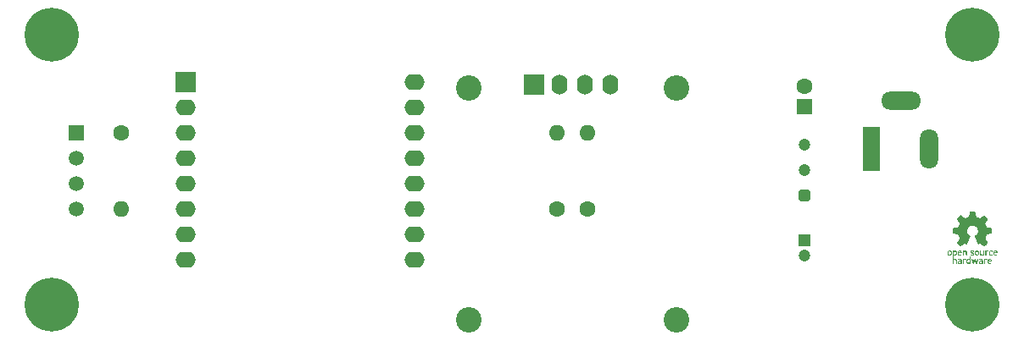
<source format=gbr>
%TF.GenerationSoftware,KiCad,Pcbnew,(6.0.5)*%
%TF.CreationDate,2022-05-24T14:43:57+02:00*%
%TF.ProjectId,SmartHarz-Thermometer,536d6172-7448-4617-927a-2d546865726d,1b1*%
%TF.SameCoordinates,Original*%
%TF.FileFunction,Soldermask,Top*%
%TF.FilePolarity,Negative*%
%FSLAX46Y46*%
G04 Gerber Fmt 4.6, Leading zero omitted, Abs format (unit mm)*
G04 Created by KiCad (PCBNEW (6.0.5)) date 2022-05-24 14:43:57*
%MOMM*%
%LPD*%
G01*
G04 APERTURE LIST*
G04 Aperture macros list*
%AMRoundRect*
0 Rectangle with rounded corners*
0 $1 Rounding radius*
0 $2 $3 $4 $5 $6 $7 $8 $9 X,Y pos of 4 corners*
0 Add a 4 corners polygon primitive as box body*
4,1,4,$2,$3,$4,$5,$6,$7,$8,$9,$2,$3,0*
0 Add four circle primitives for the rounded corners*
1,1,$1+$1,$2,$3*
1,1,$1+$1,$4,$5*
1,1,$1+$1,$6,$7*
1,1,$1+$1,$8,$9*
0 Add four rect primitives between the rounded corners*
20,1,$1+$1,$2,$3,$4,$5,0*
20,1,$1+$1,$4,$5,$6,$7,0*
20,1,$1+$1,$6,$7,$8,$9,0*
20,1,$1+$1,$8,$9,$2,$3,0*%
G04 Aperture macros list end*
%ADD10R,1.500000X1.500000*%
%ADD11C,1.500000*%
%ADD12R,1.200000X1.200000*%
%ADD13C,1.200000*%
%ADD14C,1.600000*%
%ADD15O,1.600000X1.600000*%
%ADD16RoundRect,0.300000X0.300000X-0.300000X0.300000X0.300000X-0.300000X0.300000X-0.300000X-0.300000X0*%
%ADD17R,1.600000X1.600000*%
%ADD18C,0.800000*%
%ADD19C,5.400000*%
%ADD20C,2.550000*%
%ADD21R,2.000000X2.000000*%
%ADD22O,1.600000X2.000000*%
%ADD23R,1.800000X4.400000*%
%ADD24O,1.800000X4.000000*%
%ADD25O,4.000000X1.800000*%
%ADD26O,2.000000X1.600000*%
G04 APERTURE END LIST*
%TO.C,G\u002A\u002A\u002A*%
G36*
X186032859Y-96583700D02*
G01*
X186045606Y-96630133D01*
X186057422Y-96672151D01*
X186067834Y-96708158D01*
X186076373Y-96736560D01*
X186082568Y-96755765D01*
X186085948Y-96764177D01*
X186086242Y-96764424D01*
X186090747Y-96758831D01*
X186095021Y-96746352D01*
X186098211Y-96735325D01*
X186104876Y-96713694D01*
X186114420Y-96683350D01*
X186126244Y-96646182D01*
X186139749Y-96604084D01*
X186152173Y-96565627D01*
X186204883Y-96402975D01*
X186280052Y-96402975D01*
X186338414Y-96583780D01*
X186353413Y-96629630D01*
X186367285Y-96670862D01*
X186379494Y-96705969D01*
X186389500Y-96733448D01*
X186396768Y-96751794D01*
X186400758Y-96759500D01*
X186401193Y-96759576D01*
X186404013Y-96752145D01*
X186409744Y-96733704D01*
X186417898Y-96705940D01*
X186427990Y-96670540D01*
X186439532Y-96629191D01*
X186452037Y-96583579D01*
X186452829Y-96580666D01*
X186465274Y-96535036D01*
X186476647Y-96493726D01*
X186486487Y-96458384D01*
X186494328Y-96430660D01*
X186499710Y-96412206D01*
X186502168Y-96404670D01*
X186502222Y-96404591D01*
X186509338Y-96403798D01*
X186526286Y-96403633D01*
X186549764Y-96404112D01*
X186556401Y-96404339D01*
X186608405Y-96406261D01*
X186443909Y-96922663D01*
X186398048Y-96920762D01*
X186352188Y-96918861D01*
X186299315Y-96739817D01*
X186285584Y-96693747D01*
X186272918Y-96652065D01*
X186261820Y-96616359D01*
X186252790Y-96588215D01*
X186246331Y-96569220D01*
X186242944Y-96560960D01*
X186242690Y-96560735D01*
X186239799Y-96566729D01*
X186233810Y-96583522D01*
X186225317Y-96609300D01*
X186214910Y-96642246D01*
X186203184Y-96680545D01*
X186198225Y-96697063D01*
X186185245Y-96740521D01*
X186172640Y-96782691D01*
X186161216Y-96820886D01*
X186151775Y-96852418D01*
X186145121Y-96874601D01*
X186144163Y-96877788D01*
X186130815Y-96922147D01*
X186040450Y-96922147D01*
X186033760Y-96900789D01*
X186027296Y-96880289D01*
X186017977Y-96850922D01*
X186006335Y-96814351D01*
X185992904Y-96772241D01*
X185978215Y-96726254D01*
X185962803Y-96678056D01*
X185947199Y-96629309D01*
X185931936Y-96581676D01*
X185917547Y-96536823D01*
X185904565Y-96496412D01*
X185893523Y-96462107D01*
X185884954Y-96435573D01*
X185879390Y-96418472D01*
X185877417Y-96412584D01*
X185877662Y-96407818D01*
X185884314Y-96404899D01*
X185899543Y-96403421D01*
X185925517Y-96402978D01*
X185928771Y-96402975D01*
X185983813Y-96402975D01*
X186032859Y-96583700D01*
G37*
G36*
X186855493Y-95754507D02*
G01*
X186857619Y-95927514D01*
X186875335Y-95954267D01*
X186897455Y-95978603D01*
X186922920Y-95992428D01*
X186959719Y-96000581D01*
X186993583Y-95995951D01*
X187024212Y-95978631D01*
X187047796Y-95953577D01*
X187051861Y-95947474D01*
X187055051Y-95940254D01*
X187057495Y-95930298D01*
X187059321Y-95915988D01*
X187060657Y-95895705D01*
X187061633Y-95867832D01*
X187062376Y-95830748D01*
X187063015Y-95782837D01*
X187063290Y-95758472D01*
X187065235Y-95581500D01*
X187169932Y-95581500D01*
X187168213Y-95839444D01*
X187166494Y-96097387D01*
X187115563Y-96099306D01*
X187064631Y-96101225D01*
X187064631Y-96040502D01*
X187038394Y-96062960D01*
X187017546Y-96077959D01*
X186995250Y-96089849D01*
X186986700Y-96093046D01*
X186958785Y-96098200D01*
X186925306Y-96099868D01*
X186892754Y-96098000D01*
X186871641Y-96093900D01*
X186836337Y-96077012D01*
X186804315Y-96049815D01*
X186778332Y-96015135D01*
X186763447Y-95983042D01*
X186760739Y-95968194D01*
X186758624Y-95940990D01*
X186757094Y-95901244D01*
X186756143Y-95848770D01*
X186755765Y-95783382D01*
X186755757Y-95771102D01*
X186755757Y-95581500D01*
X186853366Y-95581500D01*
X186855493Y-95754507D01*
G37*
G36*
X185314631Y-96399449D02*
G01*
X185345205Y-96407381D01*
X185372337Y-96418394D01*
X185384734Y-96425929D01*
X185389976Y-96430175D01*
X185392284Y-96434546D01*
X185390602Y-96440864D01*
X185383876Y-96450949D01*
X185371051Y-96466621D01*
X185351072Y-96489700D01*
X185341271Y-96500920D01*
X185328847Y-96514402D01*
X185320398Y-96519284D01*
X185311356Y-96516951D01*
X185303331Y-96512421D01*
X185276865Y-96503259D01*
X185245600Y-96501829D01*
X185215204Y-96507915D01*
X185197569Y-96516470D01*
X185184797Y-96525596D01*
X185174676Y-96535055D01*
X185166899Y-96546430D01*
X185161159Y-96561302D01*
X185157149Y-96581253D01*
X185154560Y-96607864D01*
X185153085Y-96642718D01*
X185152418Y-96687396D01*
X185152249Y-96743480D01*
X185152248Y-96749638D01*
X185152238Y-96922147D01*
X185047089Y-96922147D01*
X185047089Y-96402975D01*
X185152238Y-96402975D01*
X185152238Y-96456169D01*
X185176882Y-96436405D01*
X185213661Y-96413813D01*
X185254866Y-96399935D01*
X185286615Y-96396403D01*
X185314631Y-96399449D01*
G37*
G36*
X186638528Y-96697988D02*
G01*
X186660398Y-96666441D01*
X186693077Y-96641858D01*
X186710983Y-96633086D01*
X186727604Y-96626840D01*
X186745734Y-96622309D01*
X186768257Y-96619082D01*
X186798062Y-96616750D01*
X186838035Y-96614905D01*
X186839459Y-96614851D01*
X186933751Y-96611321D01*
X186931830Y-96568613D01*
X186930140Y-96544605D01*
X186926765Y-96529633D01*
X186920219Y-96519589D01*
X186911355Y-96512085D01*
X186900741Y-96505522D01*
X186888135Y-96501398D01*
X186870325Y-96499182D01*
X186844095Y-96498340D01*
X186828094Y-96498266D01*
X186797625Y-96498561D01*
X186777215Y-96499823D01*
X186763784Y-96502617D01*
X186754254Y-96507510D01*
X186747648Y-96513053D01*
X186735499Y-96523225D01*
X186727405Y-96527818D01*
X186727121Y-96527839D01*
X186719429Y-96524112D01*
X186705316Y-96514624D01*
X186688092Y-96501914D01*
X186671065Y-96488519D01*
X186657545Y-96476981D01*
X186650840Y-96469836D01*
X186650608Y-96469133D01*
X186655914Y-96459661D01*
X186669748Y-96446575D01*
X186688979Y-96432337D01*
X186710478Y-96419405D01*
X186719612Y-96414873D01*
X186736157Y-96408083D01*
X186752646Y-96403682D01*
X186772550Y-96401196D01*
X186799340Y-96400150D01*
X186828046Y-96400031D01*
X186882102Y-96402500D01*
X186925507Y-96409869D01*
X186960010Y-96422675D01*
X186987361Y-96441458D01*
X186998235Y-96452495D01*
X187008975Y-96465820D01*
X187017630Y-96479817D01*
X187024420Y-96496024D01*
X187029566Y-96515981D01*
X187033288Y-96541227D01*
X187035806Y-96573302D01*
X187037341Y-96613744D01*
X187038113Y-96664095D01*
X187038342Y-96725892D01*
X187038344Y-96732758D01*
X187038344Y-96922147D01*
X186933195Y-96922147D01*
X186933049Y-96897503D01*
X186932626Y-96881815D01*
X186930407Y-96877605D01*
X186924581Y-96883207D01*
X186921548Y-96886936D01*
X186899823Y-96904590D01*
X186868785Y-96917429D01*
X186831567Y-96924873D01*
X186791299Y-96926344D01*
X186751111Y-96921261D01*
X186744460Y-96919691D01*
X186701934Y-96903596D01*
X186667742Y-96878354D01*
X186647907Y-96854998D01*
X186636342Y-96835807D01*
X186629643Y-96815092D01*
X186626082Y-96787315D01*
X186625863Y-96784372D01*
X186626397Y-96764424D01*
X186719910Y-96764424D01*
X186725507Y-96791821D01*
X186741935Y-96811928D01*
X186765080Y-96823077D01*
X186788263Y-96827237D01*
X186818065Y-96829177D01*
X186849340Y-96828908D01*
X186876941Y-96826437D01*
X186892983Y-96822858D01*
X186913460Y-96810021D01*
X186926528Y-96787870D01*
X186932616Y-96755504D01*
X186933195Y-96738463D01*
X186933195Y-96698706D01*
X186867101Y-96698706D01*
X186816982Y-96700184D01*
X186778589Y-96704951D01*
X186750805Y-96713505D01*
X186732514Y-96726345D01*
X186722598Y-96743971D01*
X186719910Y-96764424D01*
X186626397Y-96764424D01*
X186627128Y-96737099D01*
X186638528Y-96697988D01*
G37*
G36*
X184546626Y-95678866D02*
G01*
X184575339Y-95637893D01*
X184612849Y-95606366D01*
X184640164Y-95591651D01*
X184662683Y-95582283D01*
X184681357Y-95577134D01*
X184701515Y-95575334D01*
X184728489Y-95576013D01*
X184734195Y-95576316D01*
X184788429Y-95584651D01*
X184834592Y-95603323D01*
X184872925Y-95632487D01*
X184903668Y-95672301D01*
X184914847Y-95693221D01*
X184922798Y-95711634D01*
X184928100Y-95729531D01*
X184931410Y-95750628D01*
X184933384Y-95778644D01*
X184934291Y-95803299D01*
X184936500Y-95877231D01*
X184611671Y-95877231D01*
X184615984Y-95904208D01*
X184626107Y-95940790D01*
X184644075Y-95968380D01*
X184664465Y-95985252D01*
X184700940Y-96001553D01*
X184740818Y-96006306D01*
X184781502Y-95999660D01*
X184820396Y-95981762D01*
X184829045Y-95975903D01*
X184854401Y-95957536D01*
X184925511Y-96020560D01*
X184906790Y-96040295D01*
X184890661Y-96053607D01*
X184867780Y-96068145D01*
X184847644Y-96078576D01*
X184823665Y-96088415D01*
X184801105Y-96094389D01*
X184774742Y-96097555D01*
X184748072Y-96098759D01*
X184709181Y-96098353D01*
X184677057Y-96095072D01*
X184660822Y-96091318D01*
X184613387Y-96069615D01*
X184574698Y-96038180D01*
X184545194Y-95997465D01*
X184526775Y-95952994D01*
X184519694Y-95920253D01*
X184514978Y-95879945D01*
X184513020Y-95837500D01*
X184514210Y-95798345D01*
X184515003Y-95790082D01*
X184517498Y-95777011D01*
X184613495Y-95777011D01*
X184613761Y-95782394D01*
X184615906Y-95786280D01*
X184621767Y-95788914D01*
X184633184Y-95790539D01*
X184651993Y-95791399D01*
X184680034Y-95791738D01*
X184719144Y-95791798D01*
X184725071Y-95791798D01*
X184761733Y-95791499D01*
X184793341Y-95790669D01*
X184817761Y-95789413D01*
X184832858Y-95787831D01*
X184836792Y-95786419D01*
X184833826Y-95769114D01*
X184826352Y-95746468D01*
X184816501Y-95723742D01*
X184806406Y-95706197D01*
X184802319Y-95701364D01*
X184772251Y-95680854D01*
X184738569Y-95670637D01*
X184704346Y-95670921D01*
X184672651Y-95681910D01*
X184658449Y-95691704D01*
X184640521Y-95711671D01*
X184625293Y-95737161D01*
X184615556Y-95762880D01*
X184613495Y-95777011D01*
X184517498Y-95777011D01*
X184526563Y-95729518D01*
X184546626Y-95678866D01*
G37*
G36*
X184532846Y-96698274D02*
G01*
X184549911Y-96671325D01*
X184571617Y-96650262D01*
X184599468Y-96634527D01*
X184634971Y-96623567D01*
X184679632Y-96616824D01*
X184734957Y-96613743D01*
X184762859Y-96613405D01*
X184830220Y-96613273D01*
X184830220Y-96584680D01*
X184827445Y-96550947D01*
X184818212Y-96526258D01*
X184801153Y-96509499D01*
X184774901Y-96499559D01*
X184738092Y-96495326D01*
X184720066Y-96494980D01*
X184691839Y-96495573D01*
X184672430Y-96497968D01*
X184657539Y-96503093D01*
X184643417Y-96511499D01*
X184625926Y-96521093D01*
X184613177Y-96523765D01*
X184610844Y-96523000D01*
X184601222Y-96516520D01*
X184585130Y-96505129D01*
X184572100Y-96495699D01*
X184554010Y-96480502D01*
X184546971Y-96467796D01*
X184551261Y-96455366D01*
X184567157Y-96440998D01*
X184580072Y-96432045D01*
X184619014Y-96412762D01*
X184664194Y-96400935D01*
X184712764Y-96396368D01*
X184761873Y-96398866D01*
X184808672Y-96408232D01*
X184850311Y-96424271D01*
X184883939Y-96446787D01*
X184890754Y-96453398D01*
X184900903Y-96464910D01*
X184909079Y-96476844D01*
X184915491Y-96490715D01*
X184920352Y-96508037D01*
X184923872Y-96530323D01*
X184926263Y-96559087D01*
X184927737Y-96595844D01*
X184928505Y-96642107D01*
X184928778Y-96699391D01*
X184928797Y-96725820D01*
X184928797Y-96922147D01*
X184830220Y-96922147D01*
X184830220Y-96875525D01*
X184805447Y-96895433D01*
X184771333Y-96914801D01*
X184729454Y-96925261D01*
X184682043Y-96926435D01*
X184648468Y-96921875D01*
X184603529Y-96907312D01*
X184566813Y-96883998D01*
X184539154Y-96853549D01*
X184521387Y-96817578D01*
X184514349Y-96777701D01*
X184517149Y-96751597D01*
X184612718Y-96751597D01*
X184612763Y-96774761D01*
X184621867Y-96796806D01*
X184639485Y-96814813D01*
X184662913Y-96825348D01*
X184684663Y-96828468D01*
X184712925Y-96829384D01*
X184742773Y-96828275D01*
X184769281Y-96825319D01*
X184787185Y-96820841D01*
X184805651Y-96810108D01*
X184817337Y-96794683D01*
X184823632Y-96771750D01*
X184825833Y-96742484D01*
X184826934Y-96701992D01*
X184744786Y-96702283D01*
X184706647Y-96702854D01*
X184679108Y-96704439D01*
X184659644Y-96707315D01*
X184645731Y-96711760D01*
X184641993Y-96713584D01*
X184622280Y-96730232D01*
X184612718Y-96751597D01*
X184517149Y-96751597D01*
X184518872Y-96735532D01*
X184532846Y-96698274D01*
G37*
G36*
X186033065Y-91671634D02*
G01*
X186083104Y-91671855D01*
X186130336Y-91672283D01*
X186172989Y-91672918D01*
X186209292Y-91673760D01*
X186237472Y-91674810D01*
X186255757Y-91676066D01*
X186262156Y-91677271D01*
X186266034Y-91685548D01*
X186271907Y-91706626D01*
X186279734Y-91740317D01*
X186289474Y-91786437D01*
X186301087Y-91844800D01*
X186314534Y-91915220D01*
X186318646Y-91937204D01*
X186331330Y-92004705D01*
X186342041Y-92060306D01*
X186351015Y-92105066D01*
X186358491Y-92140040D01*
X186364705Y-92166288D01*
X186369897Y-92184864D01*
X186374302Y-92196828D01*
X186378160Y-92203235D01*
X186378508Y-92203595D01*
X186387710Y-92209227D01*
X186407414Y-92218990D01*
X186435922Y-92232120D01*
X186471538Y-92247856D01*
X186512565Y-92265434D01*
X186557305Y-92284093D01*
X186561889Y-92285977D01*
X186613617Y-92307075D01*
X186654635Y-92323446D01*
X186686306Y-92335555D01*
X186709995Y-92343870D01*
X186727066Y-92348856D01*
X186738881Y-92350981D01*
X186746804Y-92350711D01*
X186749185Y-92350038D01*
X186758229Y-92345011D01*
X186776755Y-92333372D01*
X186803445Y-92315994D01*
X186836980Y-92293752D01*
X186876040Y-92267522D01*
X186919306Y-92238179D01*
X186965460Y-92206597D01*
X186966315Y-92206009D01*
X187012319Y-92174487D01*
X187055276Y-92145242D01*
X187093901Y-92119135D01*
X187126905Y-92097028D01*
X187153002Y-92079785D01*
X187170903Y-92068266D01*
X187179322Y-92063335D01*
X187179418Y-92063296D01*
X187184170Y-92063598D01*
X187191926Y-92067699D01*
X187203500Y-92076340D01*
X187219705Y-92090262D01*
X187241354Y-92110206D01*
X187269262Y-92136914D01*
X187304240Y-92171125D01*
X187347103Y-92213581D01*
X187375938Y-92242317D01*
X187422144Y-92288478D01*
X187459846Y-92326305D01*
X187489860Y-92356727D01*
X187513004Y-92380675D01*
X187530096Y-92399080D01*
X187541952Y-92412871D01*
X187549392Y-92422980D01*
X187553232Y-92430336D01*
X187554289Y-92435871D01*
X187553382Y-92440514D01*
X187552326Y-92443058D01*
X187546927Y-92452226D01*
X187534945Y-92470889D01*
X187517262Y-92497727D01*
X187494762Y-92531417D01*
X187468327Y-92570637D01*
X187438840Y-92614067D01*
X187407184Y-92660385D01*
X187406143Y-92661902D01*
X187369571Y-92715390D01*
X187339926Y-92759178D01*
X187316563Y-92794311D01*
X187298841Y-92821833D01*
X187286116Y-92842791D01*
X187277747Y-92858229D01*
X187273090Y-92869194D01*
X187271503Y-92876729D01*
X187271830Y-92880353D01*
X187275295Y-92890039D01*
X187283148Y-92909829D01*
X187294559Y-92937761D01*
X187308701Y-92971875D01*
X187324745Y-93010209D01*
X187341863Y-93050803D01*
X187359226Y-93091695D01*
X187376006Y-93130925D01*
X187391374Y-93166531D01*
X187404501Y-93196554D01*
X187414561Y-93219031D01*
X187418392Y-93227271D01*
X187433031Y-93246359D01*
X187451998Y-93255529D01*
X187463867Y-93258311D01*
X187486989Y-93263137D01*
X187519691Y-93269681D01*
X187560297Y-93277614D01*
X187607133Y-93286609D01*
X187658524Y-93296338D01*
X187700894Y-93304262D01*
X187753948Y-93314300D01*
X187803097Y-93323922D01*
X187846791Y-93332800D01*
X187883480Y-93340607D01*
X187911617Y-93347014D01*
X187929652Y-93351693D01*
X187935836Y-93354028D01*
X187938299Y-93362482D01*
X187940436Y-93382321D01*
X187942243Y-93411789D01*
X187943717Y-93449133D01*
X187944853Y-93492600D01*
X187945649Y-93540435D01*
X187946101Y-93590885D01*
X187946204Y-93642196D01*
X187945955Y-93692614D01*
X187945352Y-93740386D01*
X187944389Y-93783758D01*
X187943064Y-93820977D01*
X187941373Y-93850288D01*
X187939311Y-93869938D01*
X187936922Y-93878137D01*
X187928730Y-93880900D01*
X187909117Y-93885695D01*
X187879594Y-93892207D01*
X187841672Y-93900121D01*
X187796861Y-93909120D01*
X187746674Y-93918889D01*
X187695409Y-93928592D01*
X187641214Y-93938887D01*
X187590707Y-93948819D01*
X187545447Y-93958054D01*
X187506993Y-93966260D01*
X187476905Y-93973106D01*
X187456741Y-93978259D01*
X187448263Y-93981241D01*
X187442036Y-93989744D01*
X187432059Y-94008679D01*
X187419066Y-94036225D01*
X187403792Y-94070558D01*
X187386972Y-94109856D01*
X187369339Y-94152297D01*
X187351629Y-94196057D01*
X187334576Y-94239314D01*
X187318915Y-94280245D01*
X187305381Y-94317028D01*
X187294707Y-94347839D01*
X187287629Y-94370857D01*
X187284881Y-94384259D01*
X187285039Y-94386229D01*
X187289599Y-94394459D01*
X187300762Y-94412173D01*
X187317648Y-94438050D01*
X187339380Y-94470765D01*
X187365080Y-94508997D01*
X187393870Y-94551423D01*
X187420926Y-94590975D01*
X187451665Y-94635945D01*
X187480046Y-94677847D01*
X187505198Y-94715365D01*
X187526249Y-94747183D01*
X187542327Y-94771984D01*
X187552562Y-94788452D01*
X187556040Y-94795002D01*
X187554356Y-94800848D01*
X187546972Y-94811669D01*
X187533305Y-94828101D01*
X187512771Y-94850781D01*
X187484786Y-94880346D01*
X187448766Y-94917430D01*
X187404128Y-94962672D01*
X187379325Y-94987616D01*
X187332714Y-95034281D01*
X187294381Y-95072341D01*
X187263434Y-95102605D01*
X187238982Y-95125885D01*
X187220131Y-95142990D01*
X187205988Y-95154730D01*
X187195663Y-95161915D01*
X187188261Y-95165354D01*
X187182923Y-95165864D01*
X187173777Y-95161669D01*
X187155219Y-95150831D01*
X187128616Y-95134230D01*
X187095334Y-95112746D01*
X187056741Y-95087257D01*
X187014201Y-95058644D01*
X186978165Y-95034039D01*
X186920067Y-94994453D01*
X186871128Y-94961836D01*
X186831634Y-94936370D01*
X186801867Y-94918233D01*
X186782112Y-94907604D01*
X186773249Y-94904605D01*
X186761763Y-94907638D01*
X186741320Y-94915983D01*
X186714418Y-94928509D01*
X186683557Y-94944086D01*
X186669613Y-94951483D01*
X186631864Y-94971282D01*
X186604193Y-94984513D01*
X186585560Y-94991616D01*
X186574924Y-94993031D01*
X186572991Y-94992323D01*
X186568632Y-94985173D01*
X186559894Y-94967053D01*
X186547273Y-94939166D01*
X186531267Y-94902716D01*
X186512371Y-94858907D01*
X186491082Y-94808942D01*
X186467896Y-94754024D01*
X186443311Y-94695358D01*
X186417823Y-94634146D01*
X186391928Y-94571592D01*
X186366123Y-94508900D01*
X186340905Y-94447273D01*
X186316769Y-94387915D01*
X186294213Y-94332029D01*
X186273734Y-94280819D01*
X186255827Y-94235488D01*
X186240990Y-94197240D01*
X186229718Y-94167279D01*
X186222509Y-94146807D01*
X186219859Y-94137029D01*
X186219895Y-94136523D01*
X186227640Y-94126004D01*
X186242079Y-94114612D01*
X186244791Y-94112962D01*
X186272526Y-94094925D01*
X186305500Y-94070644D01*
X186339768Y-94043278D01*
X186371386Y-94015985D01*
X186396408Y-93991925D01*
X186397906Y-93990341D01*
X186447374Y-93929287D01*
X186488561Y-93861331D01*
X186519515Y-93789919D01*
X186529517Y-93757826D01*
X186536305Y-93723839D01*
X186541135Y-93681344D01*
X186543816Y-93634862D01*
X186544157Y-93588909D01*
X186541967Y-93548003D01*
X186539260Y-93527187D01*
X186518542Y-93445454D01*
X186486138Y-93369103D01*
X186442736Y-93299076D01*
X186389021Y-93236317D01*
X186325680Y-93181769D01*
X186255803Y-93137655D01*
X186181975Y-93105427D01*
X186104008Y-93084905D01*
X186023739Y-93076090D01*
X185943006Y-93078982D01*
X185863645Y-93093580D01*
X185787493Y-93119885D01*
X185750769Y-93137655D01*
X185678759Y-93183351D01*
X185615710Y-93238172D01*
X185562309Y-93301174D01*
X185519242Y-93371414D01*
X185487196Y-93447949D01*
X185467311Y-93527187D01*
X185463459Y-93562704D01*
X185462256Y-93606065D01*
X185463511Y-93652753D01*
X185467033Y-93698249D01*
X185472632Y-93738035D01*
X185477054Y-93757826D01*
X185502810Y-93829669D01*
X185539669Y-93899594D01*
X185585680Y-93964155D01*
X185608665Y-93990341D01*
X185633035Y-94014032D01*
X185664295Y-94041192D01*
X185698501Y-94068663D01*
X185731709Y-94093284D01*
X185759973Y-94111898D01*
X185761781Y-94112962D01*
X185776840Y-94124024D01*
X185786064Y-94135029D01*
X185786676Y-94136523D01*
X185784834Y-94144402D01*
X185778351Y-94163175D01*
X185767722Y-94191638D01*
X185753444Y-94228589D01*
X185736014Y-94272822D01*
X185715929Y-94323136D01*
X185693685Y-94378326D01*
X185669778Y-94437189D01*
X185644706Y-94498522D01*
X185618964Y-94561120D01*
X185593050Y-94623780D01*
X185567459Y-94685299D01*
X185542689Y-94744474D01*
X185519236Y-94800100D01*
X185497596Y-94850974D01*
X185478267Y-94895893D01*
X185461744Y-94933653D01*
X185448525Y-94963051D01*
X185439105Y-94982882D01*
X185433982Y-94991945D01*
X185433581Y-94992323D01*
X185425357Y-94992691D01*
X185409480Y-94987515D01*
X185384910Y-94976357D01*
X185350604Y-94958776D01*
X185336958Y-94951483D01*
X185305160Y-94934937D01*
X185276240Y-94920953D01*
X185252697Y-94910661D01*
X185237030Y-94905192D01*
X185233322Y-94904605D01*
X185222585Y-94908498D01*
X185201586Y-94920057D01*
X185170611Y-94939103D01*
X185129942Y-94965456D01*
X185079865Y-94998937D01*
X185028406Y-95034039D01*
X184983690Y-95064522D01*
X184941825Y-95092585D01*
X184904175Y-95117350D01*
X184872109Y-95137937D01*
X184846992Y-95153465D01*
X184830191Y-95163056D01*
X184823648Y-95165864D01*
X184818266Y-95165341D01*
X184810847Y-95161878D01*
X184800497Y-95154664D01*
X184786325Y-95142889D01*
X184767437Y-95125743D01*
X184742942Y-95102416D01*
X184711946Y-95072099D01*
X184673558Y-95033981D01*
X184627246Y-94987616D01*
X184578239Y-94938210D01*
X184538133Y-94897268D01*
X184506342Y-94864153D01*
X184482285Y-94838229D01*
X184465376Y-94818861D01*
X184455032Y-94805411D01*
X184450669Y-94797243D01*
X184450531Y-94795002D01*
X184454908Y-94786946D01*
X184465896Y-94769400D01*
X184482622Y-94743681D01*
X184504215Y-94711104D01*
X184529804Y-94672985D01*
X184558517Y-94630642D01*
X184585646Y-94590975D01*
X184616421Y-94545963D01*
X184644875Y-94503987D01*
X184670129Y-94466368D01*
X184691306Y-94434431D01*
X184707528Y-94409498D01*
X184717917Y-94392892D01*
X184721532Y-94386229D01*
X184720338Y-94376318D01*
X184714576Y-94356202D01*
X184704981Y-94327705D01*
X184692289Y-94292649D01*
X184677234Y-94252857D01*
X184660549Y-94210151D01*
X184642971Y-94166354D01*
X184625233Y-94123289D01*
X184608071Y-94082778D01*
X184592218Y-94046644D01*
X184578409Y-94016710D01*
X184567379Y-93994799D01*
X184559863Y-93982732D01*
X184558309Y-93981241D01*
X184548777Y-93977961D01*
X184527870Y-93972679D01*
X184497147Y-93965728D01*
X184458167Y-93957439D01*
X184412490Y-93948144D01*
X184361675Y-93938177D01*
X184311163Y-93928592D01*
X184257268Y-93918384D01*
X184207314Y-93908646D01*
X184162815Y-93899694D01*
X184125279Y-93891844D01*
X184096218Y-93885410D01*
X184077143Y-93880709D01*
X184069649Y-93878137D01*
X184067221Y-93869689D01*
X184065166Y-93849856D01*
X184063481Y-93820393D01*
X184062163Y-93783053D01*
X184061206Y-93739590D01*
X184060609Y-93691756D01*
X184060366Y-93641308D01*
X184060476Y-93589996D01*
X184060933Y-93539577D01*
X184061735Y-93491803D01*
X184062877Y-93448428D01*
X184064357Y-93411205D01*
X184066169Y-93381889D01*
X184068312Y-93362234D01*
X184070735Y-93354028D01*
X184079220Y-93351030D01*
X184099091Y-93346032D01*
X184128800Y-93339363D01*
X184166797Y-93331350D01*
X184211533Y-93322321D01*
X184261459Y-93312604D01*
X184305677Y-93304262D01*
X184359469Y-93294187D01*
X184410017Y-93284589D01*
X184455646Y-93275796D01*
X184494684Y-93268136D01*
X184525455Y-93261936D01*
X184546284Y-93257524D01*
X184554574Y-93255529D01*
X184576131Y-93244181D01*
X184588180Y-93227271D01*
X184596260Y-93209629D01*
X184607852Y-93183393D01*
X184622126Y-93150525D01*
X184638255Y-93112986D01*
X184655410Y-93072737D01*
X184672762Y-93031739D01*
X184689483Y-92991953D01*
X184704745Y-92955340D01*
X184717718Y-92923860D01*
X184727576Y-92899475D01*
X184733488Y-92884146D01*
X184734743Y-92880347D01*
X184734855Y-92874417D01*
X184732292Y-92865755D01*
X184726400Y-92853289D01*
X184716522Y-92835949D01*
X184702004Y-92812665D01*
X184682190Y-92782367D01*
X184656424Y-92743984D01*
X184624051Y-92696446D01*
X184605964Y-92670049D01*
X184567395Y-92613828D01*
X184535633Y-92567434D01*
X184510058Y-92529850D01*
X184490049Y-92500060D01*
X184474985Y-92477049D01*
X184464245Y-92459799D01*
X184457209Y-92447294D01*
X184453255Y-92438518D01*
X184451763Y-92432455D01*
X184452112Y-92428089D01*
X184453682Y-92424402D01*
X184454739Y-92422480D01*
X184460751Y-92415289D01*
X184475039Y-92399949D01*
X184496537Y-92377557D01*
X184524177Y-92349206D01*
X184556890Y-92315990D01*
X184593609Y-92279006D01*
X184633266Y-92239346D01*
X184638046Y-92234584D01*
X184684707Y-92188261D01*
X184723033Y-92150578D01*
X184753870Y-92120769D01*
X184778065Y-92098068D01*
X184796465Y-92081711D01*
X184809916Y-92070931D01*
X184819266Y-92064964D01*
X184825359Y-92063043D01*
X184827443Y-92063359D01*
X184835598Y-92068085D01*
X184853268Y-92079431D01*
X184879162Y-92096533D01*
X184911990Y-92118527D01*
X184950463Y-92144549D01*
X184993291Y-92173733D01*
X185039183Y-92205216D01*
X185040317Y-92205997D01*
X185086458Y-92237619D01*
X185129746Y-92267019D01*
X185168859Y-92293321D01*
X185202478Y-92315646D01*
X185229279Y-92333118D01*
X185247941Y-92344858D01*
X185257143Y-92349989D01*
X185257187Y-92350005D01*
X185263894Y-92351163D01*
X185273761Y-92350180D01*
X185288164Y-92346584D01*
X185308481Y-92339907D01*
X185336089Y-92329679D01*
X185372365Y-92315430D01*
X185418686Y-92296691D01*
X185444683Y-92286049D01*
X185489711Y-92267317D01*
X185531202Y-92249577D01*
X185567459Y-92233595D01*
X185596781Y-92220134D01*
X185617468Y-92209959D01*
X185627823Y-92203834D01*
X185628219Y-92203479D01*
X185632042Y-92197634D01*
X185636334Y-92186584D01*
X185641339Y-92169252D01*
X185647297Y-92144558D01*
X185654453Y-92111424D01*
X185663047Y-92068770D01*
X185673322Y-92015520D01*
X185685520Y-91950593D01*
X185688032Y-91937078D01*
X185702085Y-91862515D01*
X185714254Y-91800366D01*
X185724515Y-91750741D01*
X185732845Y-91713749D01*
X185739220Y-91689501D01*
X185743616Y-91678107D01*
X185744366Y-91677301D01*
X185753064Y-91675871D01*
X185773131Y-91674647D01*
X185802796Y-91673629D01*
X185840286Y-91672817D01*
X185883831Y-91672211D01*
X185931656Y-91671812D01*
X185981992Y-91671620D01*
X186033065Y-91671634D01*
G37*
G36*
X187419561Y-96398886D02*
G01*
X187443388Y-96405131D01*
X187466447Y-96413803D01*
X187485305Y-96423501D01*
X187496530Y-96432827D01*
X187498210Y-96437175D01*
X187493992Y-96445811D01*
X187482948Y-96461088D01*
X187467250Y-96480062D01*
X187463015Y-96484858D01*
X187427979Y-96524023D01*
X187410831Y-96512788D01*
X187389702Y-96504672D01*
X187362444Y-96501547D01*
X187334669Y-96503407D01*
X187311986Y-96510250D01*
X187307607Y-96512851D01*
X187293149Y-96524020D01*
X187281592Y-96536288D01*
X187272617Y-96551203D01*
X187265908Y-96570310D01*
X187261146Y-96595156D01*
X187258014Y-96627289D01*
X187256195Y-96668254D01*
X187255370Y-96719598D01*
X187255213Y-96768033D01*
X187255213Y-96922147D01*
X187156636Y-96922147D01*
X187156636Y-96402975D01*
X187255213Y-96402975D01*
X187255213Y-96429262D01*
X187256574Y-96447986D01*
X187261562Y-96454371D01*
X187271535Y-96448931D01*
X187281437Y-96439187D01*
X187301888Y-96423928D01*
X187330688Y-96410566D01*
X187363041Y-96400853D01*
X187394154Y-96396541D01*
X187398396Y-96396468D01*
X187419561Y-96398886D01*
G37*
G36*
X187526002Y-96549934D02*
G01*
X187543932Y-96502419D01*
X187544322Y-96501651D01*
X187556182Y-96483659D01*
X187573546Y-96463101D01*
X187585426Y-96451213D01*
X187626227Y-96421973D01*
X187671445Y-96404059D01*
X187719007Y-96397366D01*
X187766840Y-96401788D01*
X187812871Y-96417222D01*
X187855029Y-96443563D01*
X187878969Y-96466040D01*
X187900691Y-96493005D01*
X187916281Y-96520956D01*
X187926842Y-96553057D01*
X187933479Y-96592468D01*
X187936704Y-96631345D01*
X187940661Y-96698706D01*
X187775375Y-96698706D01*
X187722057Y-96698851D01*
X187680681Y-96699326D01*
X187650049Y-96700190D01*
X187628962Y-96701503D01*
X187616223Y-96703324D01*
X187610632Y-96705714D01*
X187610127Y-96706921D01*
X187613223Y-96726482D01*
X187620923Y-96751092D01*
X187631045Y-96774545D01*
X187638116Y-96786548D01*
X187662070Y-96809533D01*
X187693421Y-96823853D01*
X187729522Y-96829322D01*
X187767727Y-96825755D01*
X187805391Y-96812966D01*
X187827969Y-96799870D01*
X187853124Y-96782437D01*
X187889554Y-96813561D01*
X187908022Y-96829855D01*
X187917764Y-96841733D01*
X187918285Y-96851783D01*
X187909090Y-96862591D01*
X187889683Y-96876744D01*
X187875655Y-96886108D01*
X187828915Y-96909710D01*
X187776557Y-96923384D01*
X187722330Y-96926421D01*
X187685666Y-96921923D01*
X187639544Y-96907252D01*
X187598452Y-96883937D01*
X187565070Y-96853843D01*
X187544400Y-96823624D01*
X187526317Y-96776241D01*
X187515435Y-96721529D01*
X187511754Y-96663140D01*
X187514761Y-96613273D01*
X187610419Y-96613273D01*
X187833532Y-96613273D01*
X187833532Y-96598236D01*
X187828929Y-96576618D01*
X187817035Y-96551555D01*
X187800720Y-96527940D01*
X187782857Y-96510662D01*
X187781628Y-96509820D01*
X187753905Y-96498302D01*
X187720929Y-96494884D01*
X187687894Y-96499692D01*
X187669134Y-96507135D01*
X187647562Y-96524771D01*
X187629117Y-96551230D01*
X187616589Y-96582193D01*
X187614364Y-96591914D01*
X187610419Y-96613273D01*
X187514761Y-96613273D01*
X187515276Y-96604724D01*
X187526002Y-96549934D01*
G37*
G36*
X187915348Y-95580908D02*
G01*
X187940077Y-95588025D01*
X187961168Y-95597735D01*
X187984836Y-95611286D01*
X188007885Y-95626501D01*
X188027121Y-95641202D01*
X188039349Y-95653210D01*
X188041792Y-95657379D01*
X188038264Y-95664715D01*
X188026884Y-95677675D01*
X188010010Y-95693608D01*
X188007826Y-95695509D01*
X187971622Y-95726766D01*
X187946561Y-95706627D01*
X187913095Y-95687086D01*
X187875467Y-95677192D01*
X187837039Y-95677067D01*
X187801173Y-95686835D01*
X187778346Y-95700436D01*
X187758173Y-95720259D01*
X187744294Y-95744236D01*
X187735876Y-95774819D01*
X187732088Y-95814457D01*
X187731669Y-95837801D01*
X187732003Y-95870152D01*
X187733401Y-95892925D01*
X187736458Y-95909678D01*
X187741769Y-95923968D01*
X187748098Y-95936123D01*
X187772544Y-95967641D01*
X187803553Y-95988946D01*
X187839005Y-95999697D01*
X187876781Y-95999548D01*
X187914761Y-95988157D01*
X187946936Y-95968351D01*
X187971622Y-95948835D01*
X188007826Y-95980092D01*
X188025180Y-95996197D01*
X188037312Y-96009633D01*
X188041861Y-96017750D01*
X188041792Y-96018223D01*
X188034064Y-96028163D01*
X188017794Y-96041842D01*
X187996178Y-96057082D01*
X187972408Y-96071704D01*
X187949681Y-96083530D01*
X187940077Y-96087576D01*
X187900157Y-96097425D01*
X187854584Y-96100395D01*
X187808917Y-96096464D01*
X187775732Y-96088224D01*
X187731015Y-96066019D01*
X187692518Y-96033203D01*
X187661745Y-95991430D01*
X187640199Y-95942358D01*
X187638633Y-95937192D01*
X187631682Y-95901648D01*
X187628357Y-95858584D01*
X187628640Y-95813109D01*
X187632516Y-95770333D01*
X187639269Y-95737659D01*
X187659670Y-95688618D01*
X187689124Y-95646444D01*
X187725997Y-95612879D01*
X187768654Y-95589669D01*
X187782440Y-95584955D01*
X187825247Y-95576764D01*
X187871401Y-95575452D01*
X187915348Y-95580908D01*
G37*
G36*
X188108403Y-95682595D02*
G01*
X188135431Y-95641259D01*
X188170503Y-95609643D01*
X188213333Y-95588160D01*
X188263639Y-95577221D01*
X188274674Y-95576328D01*
X188325089Y-95577527D01*
X188368759Y-95588300D01*
X188408849Y-95609584D01*
X188423485Y-95620371D01*
X188456630Y-95654319D01*
X188480881Y-95696919D01*
X188496412Y-95748628D01*
X188503396Y-95809906D01*
X188503855Y-95832436D01*
X188503855Y-95877231D01*
X188176091Y-95877231D01*
X188179891Y-95901876D01*
X188190075Y-95938038D01*
X188209265Y-95966727D01*
X188221330Y-95978139D01*
X188253314Y-95996926D01*
X188290211Y-96005413D01*
X188328977Y-96003759D01*
X188366571Y-95992125D01*
X188399947Y-95970673D01*
X188402284Y-95968591D01*
X188409600Y-95962683D01*
X188416347Y-95961318D01*
X188425447Y-95965583D01*
X188439819Y-95976566D01*
X188452907Y-95987432D01*
X188490093Y-96018525D01*
X188469126Y-96040164D01*
X188451012Y-96055437D01*
X188427253Y-96071189D01*
X188412151Y-96079419D01*
X188376518Y-96091717D01*
X188333652Y-96098730D01*
X188288452Y-96100231D01*
X188245814Y-96095994D01*
X188217096Y-96088417D01*
X188172109Y-96065991D01*
X188136254Y-96035216D01*
X188109218Y-95995578D01*
X188090689Y-95946563D01*
X188080351Y-95887656D01*
X188078421Y-95860802D01*
X188079614Y-95792778D01*
X188081019Y-95784488D01*
X188177251Y-95784488D01*
X188180304Y-95787520D01*
X188188416Y-95789579D01*
X188203345Y-95790850D01*
X188226850Y-95791518D01*
X188260689Y-95791770D01*
X188286543Y-95791798D01*
X188327508Y-95791697D01*
X188357138Y-95791269D01*
X188377241Y-95790329D01*
X188389623Y-95788692D01*
X188396094Y-95786172D01*
X188398461Y-95782584D01*
X188398670Y-95780297D01*
X188392496Y-95746452D01*
X188375835Y-95715542D01*
X188351145Y-95690450D01*
X188320883Y-95674060D01*
X188304667Y-95670064D01*
X188269791Y-95670852D01*
X188237384Y-95682531D01*
X188210237Y-95703251D01*
X188191141Y-95731161D01*
X188184949Y-95749482D01*
X188180708Y-95767592D01*
X188177497Y-95780297D01*
X188177251Y-95784488D01*
X188081019Y-95784488D01*
X188089702Y-95733239D01*
X188108403Y-95682595D01*
G37*
G36*
X183507400Y-95783237D02*
G01*
X183508339Y-95774902D01*
X183518656Y-95720115D01*
X183535406Y-95675752D01*
X183559599Y-95640266D01*
X183592247Y-95612108D01*
X183627137Y-95592899D01*
X183649764Y-95583293D01*
X183668405Y-95577785D01*
X183688152Y-95575503D01*
X183714098Y-95575573D01*
X183725714Y-95575996D01*
X183780194Y-95583453D01*
X183826551Y-95601190D01*
X183865085Y-95629400D01*
X183896099Y-95668274D01*
X183909568Y-95693221D01*
X183915907Y-95707366D01*
X183920442Y-95720342D01*
X183923475Y-95734701D01*
X183925306Y-95752993D01*
X183926236Y-95777767D01*
X183926564Y-95811574D01*
X183926597Y-95837801D01*
X183926489Y-95878390D01*
X183925963Y-95908387D01*
X183924719Y-95930341D01*
X183922457Y-95946802D01*
X183918876Y-95960322D01*
X183913676Y-95973449D01*
X183909568Y-95982380D01*
X183882889Y-96024731D01*
X183847033Y-96060276D01*
X183811591Y-96082797D01*
X183790772Y-96091049D01*
X183766450Y-96096149D01*
X183734458Y-96098873D01*
X183722872Y-96099339D01*
X183693088Y-96099906D01*
X183671791Y-96098718D01*
X183654358Y-96094976D01*
X183636165Y-96087882D01*
X183624235Y-96082298D01*
X183580494Y-96054311D01*
X183545848Y-96016837D01*
X183529149Y-95989236D01*
X183518537Y-95960035D01*
X183510720Y-95921378D01*
X183506035Y-95876722D01*
X183505030Y-95837801D01*
X183611151Y-95837801D01*
X183611387Y-95874984D01*
X183612308Y-95901699D01*
X183614231Y-95920618D01*
X183617473Y-95934410D01*
X183622354Y-95945747D01*
X183624445Y-95949521D01*
X183642297Y-95970057D01*
X183668049Y-95987604D01*
X183696457Y-95999163D01*
X183716300Y-96002096D01*
X183734482Y-95999058D01*
X183756651Y-95991402D01*
X183765454Y-95987309D01*
X183785562Y-95974831D01*
X183802261Y-95960750D01*
X183806745Y-95955542D01*
X183816898Y-95933602D01*
X183823876Y-95902358D01*
X183827679Y-95865258D01*
X183828307Y-95825754D01*
X183825757Y-95787295D01*
X183820030Y-95753331D01*
X183811126Y-95727313D01*
X183806788Y-95720059D01*
X183785138Y-95699459D01*
X183756216Y-95684076D01*
X183725199Y-95676126D01*
X183704508Y-95676245D01*
X183668189Y-95686947D01*
X183639336Y-95706298D01*
X183622971Y-95727432D01*
X183617958Y-95738890D01*
X183614545Y-95753346D01*
X183612457Y-95773372D01*
X183611417Y-95801540D01*
X183611151Y-95837801D01*
X183505030Y-95837801D01*
X183504816Y-95829523D01*
X183507400Y-95783237D01*
G37*
G36*
X184127037Y-95581500D02*
G01*
X184127037Y-95605303D01*
X184127496Y-95620694D01*
X184130510Y-95625093D01*
X184138535Y-95620650D01*
X184141824Y-95618255D01*
X184186181Y-95592404D01*
X184231586Y-95578162D01*
X184276396Y-95575202D01*
X184318964Y-95583195D01*
X184357647Y-95601813D01*
X184390799Y-95630727D01*
X184416775Y-95669609D01*
X184418666Y-95673506D01*
X184423420Y-95684519D01*
X184426959Y-95695983D01*
X184429460Y-95709980D01*
X184431100Y-95728594D01*
X184432056Y-95753907D01*
X184432506Y-95788002D01*
X184432625Y-95832962D01*
X184432626Y-95837801D01*
X184432446Y-95887528D01*
X184431631Y-95926261D01*
X184429768Y-95956146D01*
X184426445Y-95979332D01*
X184421249Y-95997964D01*
X184413768Y-96014190D01*
X184403589Y-96030157D01*
X184392881Y-96044640D01*
X184364263Y-96071898D01*
X184328475Y-96090169D01*
X184288069Y-96099310D01*
X184245600Y-96099177D01*
X184203620Y-96089626D01*
X184164682Y-96070514D01*
X184148396Y-96058388D01*
X184127037Y-96040358D01*
X184127037Y-96458009D01*
X184145718Y-96440111D01*
X184170473Y-96422592D01*
X184202761Y-96408100D01*
X184237005Y-96398756D01*
X184260659Y-96396403D01*
X184306516Y-96402803D01*
X184349091Y-96421442D01*
X184383650Y-96448665D01*
X184397557Y-96463157D01*
X184408755Y-96476975D01*
X184417537Y-96491709D01*
X184424195Y-96508945D01*
X184429022Y-96530273D01*
X184432309Y-96557281D01*
X184434348Y-96591557D01*
X184435433Y-96634690D01*
X184435855Y-96688267D01*
X184435912Y-96732736D01*
X184435912Y-96922147D01*
X184338463Y-96922147D01*
X184336256Y-96749638D01*
X184335521Y-96697093D01*
X184334732Y-96656003D01*
X184333753Y-96624676D01*
X184332448Y-96601423D01*
X184330681Y-96584555D01*
X184328317Y-96572382D01*
X184325220Y-96563214D01*
X184321254Y-96555361D01*
X184320550Y-96554149D01*
X184298143Y-96527085D01*
X184270015Y-96509497D01*
X184238761Y-96501382D01*
X184206978Y-96502740D01*
X184177260Y-96513568D01*
X184152203Y-96533866D01*
X184138548Y-96554258D01*
X184135012Y-96562649D01*
X184132272Y-96573145D01*
X184130230Y-96587414D01*
X184128789Y-96607125D01*
X184127849Y-96633950D01*
X184127312Y-96669557D01*
X184127081Y-96715616D01*
X184127048Y-96749638D01*
X184127037Y-96922147D01*
X184021889Y-96922147D01*
X184021889Y-95838340D01*
X184127527Y-95838340D01*
X184128566Y-95873498D01*
X184131173Y-95904677D01*
X184135301Y-95927837D01*
X184136559Y-95931884D01*
X184154216Y-95965481D01*
X184178971Y-95988142D01*
X184210181Y-95999553D01*
X184247204Y-95999403D01*
X184266563Y-95995213D01*
X184292546Y-95981412D01*
X184312608Y-95956619D01*
X184326482Y-95921706D01*
X184333904Y-95877545D01*
X184334609Y-95825008D01*
X184330948Y-95783595D01*
X184323184Y-95742996D01*
X184310904Y-95713462D01*
X184293071Y-95693383D01*
X184268650Y-95681149D01*
X184264127Y-95679830D01*
X184227073Y-95675713D01*
X184193145Y-95683003D01*
X184164494Y-95700548D01*
X184143269Y-95727198D01*
X184134323Y-95749390D01*
X184130356Y-95772247D01*
X184128108Y-95803244D01*
X184127527Y-95838340D01*
X184021889Y-95838340D01*
X184021889Y-95581500D01*
X184127037Y-95581500D01*
G37*
G36*
X186013091Y-95578898D02*
G01*
X186061505Y-95589711D01*
X186105073Y-95606317D01*
X186140223Y-95627592D01*
X186146014Y-95632384D01*
X186151798Y-95638589D01*
X186153000Y-95645214D01*
X186148532Y-95654609D01*
X186137305Y-95669120D01*
X186119421Y-95689745D01*
X186097548Y-95714565D01*
X186063561Y-95697420D01*
X186026722Y-95682460D01*
X185989255Y-95673591D01*
X185953386Y-95670676D01*
X185921339Y-95673582D01*
X185895340Y-95682173D01*
X185877613Y-95696313D01*
X185871400Y-95709102D01*
X185868253Y-95733007D01*
X185873026Y-95751497D01*
X185886807Y-95765358D01*
X185910681Y-95775375D01*
X185945737Y-95782332D01*
X185977587Y-95785809D01*
X186010739Y-95789365D01*
X186042484Y-95793996D01*
X186068409Y-95799000D01*
X186080094Y-95802134D01*
X186114204Y-95819642D01*
X186140517Y-95845620D01*
X186158808Y-95877798D01*
X186168849Y-95913902D01*
X186170417Y-95951661D01*
X186163284Y-95988803D01*
X186147226Y-96023056D01*
X186122017Y-96052147D01*
X186106090Y-96063933D01*
X186066428Y-96082616D01*
X186018936Y-96094903D01*
X185967468Y-96100417D01*
X185915877Y-96098783D01*
X185868019Y-96089625D01*
X185861992Y-96087771D01*
X185817475Y-96069555D01*
X185774353Y-96045186D01*
X185748641Y-96026423D01*
X185730581Y-96011479D01*
X185766572Y-95975936D01*
X185802563Y-95940392D01*
X185817510Y-95954435D01*
X185831467Y-95964644D01*
X185852532Y-95976898D01*
X185871741Y-95986461D01*
X185908472Y-95998967D01*
X185947853Y-96005178D01*
X185985945Y-96004964D01*
X186018808Y-95998192D01*
X186032859Y-95991841D01*
X186054496Y-95973966D01*
X186066820Y-95952659D01*
X186069323Y-95930713D01*
X186061496Y-95910916D01*
X186049637Y-95899857D01*
X186037095Y-95895252D01*
X186014745Y-95890421D01*
X185985892Y-95885993D01*
X185963368Y-95883447D01*
X185920745Y-95878774D01*
X185888389Y-95873663D01*
X185863424Y-95867370D01*
X185842978Y-95859150D01*
X185824175Y-95848259D01*
X185822078Y-95846862D01*
X185794072Y-95820633D01*
X185775410Y-95787618D01*
X185766206Y-95750387D01*
X185766576Y-95711513D01*
X185776636Y-95673569D01*
X185796500Y-95639127D01*
X185811998Y-95622283D01*
X185843807Y-95599198D01*
X185881401Y-95584131D01*
X185926948Y-95576405D01*
X185963405Y-95575000D01*
X186013091Y-95578898D01*
G37*
G36*
X185406975Y-96573424D02*
G01*
X185409796Y-96540082D01*
X185414517Y-96513933D01*
X185421583Y-96492999D01*
X185431439Y-96475300D01*
X185444531Y-96458858D01*
X185455148Y-96447744D01*
X185491341Y-96420290D01*
X185532540Y-96403715D01*
X185576324Y-96398054D01*
X185620272Y-96403344D01*
X185661960Y-96419620D01*
X185696054Y-96444160D01*
X185710841Y-96457841D01*
X185710841Y-96192678D01*
X185815989Y-96192678D01*
X185815989Y-96922147D01*
X185710841Y-96922147D01*
X185710841Y-96867282D01*
X185695972Y-96881250D01*
X185664726Y-96902693D01*
X185626035Y-96917370D01*
X185584273Y-96924264D01*
X185543816Y-96922356D01*
X185531249Y-96919554D01*
X185487635Y-96901485D01*
X185452745Y-96873647D01*
X185426083Y-96835639D01*
X185425050Y-96833647D01*
X185405252Y-96794945D01*
X185405252Y-96669607D01*
X185405277Y-96665847D01*
X185507296Y-96665847D01*
X185507834Y-96702414D01*
X185509590Y-96729054D01*
X185512957Y-96748960D01*
X185518326Y-96765321D01*
X185520021Y-96769217D01*
X185539294Y-96797863D01*
X185566297Y-96815887D01*
X185601061Y-96823308D01*
X185608978Y-96823521D01*
X185643760Y-96818850D01*
X185663577Y-96810266D01*
X185681794Y-96795844D01*
X185694965Y-96776799D01*
X185703720Y-96751148D01*
X185708692Y-96716908D01*
X185710511Y-96672094D01*
X185710552Y-96662561D01*
X185710096Y-96625215D01*
X185708502Y-96598015D01*
X185705427Y-96577990D01*
X185700531Y-96562166D01*
X185698481Y-96557412D01*
X185684906Y-96532339D01*
X185669833Y-96516571D01*
X185649879Y-96508128D01*
X185621661Y-96505028D01*
X185608719Y-96504838D01*
X185583046Y-96505292D01*
X185566339Y-96507442D01*
X185554430Y-96512465D01*
X185543153Y-96521542D01*
X185540364Y-96524180D01*
X185527360Y-96539056D01*
X185518123Y-96556408D01*
X185512088Y-96578652D01*
X185508692Y-96608207D01*
X185507371Y-96647488D01*
X185507296Y-96665847D01*
X185405277Y-96665847D01*
X185405609Y-96615939D01*
X185406975Y-96573424D01*
G37*
G36*
X187555274Y-95577645D02*
G01*
X187584546Y-95584156D01*
X187608802Y-95593591D01*
X187624370Y-95604790D01*
X187626211Y-95607288D01*
X187624273Y-95614786D01*
X187616038Y-95629010D01*
X187603725Y-95647015D01*
X187589551Y-95665860D01*
X187575733Y-95682601D01*
X187564491Y-95694294D01*
X187558040Y-95697997D01*
X187557906Y-95697933D01*
X187550130Y-95694123D01*
X187535005Y-95687091D01*
X187528427Y-95684087D01*
X187495484Y-95675669D01*
X187463073Y-95678994D01*
X187433754Y-95692820D01*
X187410085Y-95715905D01*
X187394626Y-95747007D01*
X187393935Y-95749390D01*
X187391604Y-95764689D01*
X187389651Y-95791498D01*
X187388140Y-95828187D01*
X187387135Y-95873127D01*
X187386699Y-95924687D01*
X187386686Y-95934735D01*
X187386649Y-96094101D01*
X187288072Y-96094101D01*
X187288072Y-95581500D01*
X187386649Y-95581500D01*
X187386649Y-95635243D01*
X187408008Y-95617213D01*
X187445442Y-95592134D01*
X187485962Y-95578583D01*
X187524657Y-95575217D01*
X187555274Y-95577645D01*
G37*
G36*
X185282062Y-95576339D02*
G01*
X185321147Y-95581946D01*
X185352617Y-95593855D01*
X185381341Y-95614249D01*
X185394807Y-95626915D01*
X185407261Y-95640129D01*
X185417284Y-95653297D01*
X185425138Y-95667981D01*
X185431084Y-95685740D01*
X185435386Y-95708136D01*
X185438303Y-95736729D01*
X185440099Y-95773081D01*
X185441034Y-95818750D01*
X185441371Y-95875300D01*
X185441397Y-95904689D01*
X185441397Y-96094101D01*
X185343616Y-96094101D01*
X185341575Y-95921591D01*
X185340800Y-95865152D01*
X185339743Y-95820246D01*
X185338080Y-95785261D01*
X185335487Y-95758588D01*
X185331639Y-95738615D01*
X185326212Y-95723731D01*
X185318882Y-95712326D01*
X185309324Y-95702789D01*
X185297214Y-95693509D01*
X185295392Y-95692206D01*
X185276975Y-95682226D01*
X185255031Y-95677707D01*
X185236481Y-95677011D01*
X185204222Y-95680372D01*
X185178748Y-95691849D01*
X185156011Y-95713536D01*
X185149358Y-95722023D01*
X185145292Y-95728130D01*
X185142100Y-95735361D01*
X185139652Y-95745336D01*
X185137820Y-95759671D01*
X185136474Y-95779987D01*
X185135484Y-95807901D01*
X185134722Y-95845032D01*
X185134058Y-95892998D01*
X185133773Y-95917128D01*
X185131738Y-96094101D01*
X185027374Y-96094101D01*
X185027374Y-95581500D01*
X185132522Y-95581500D01*
X185132522Y-95635436D01*
X185154833Y-95615848D01*
X185191492Y-95591272D01*
X185232984Y-95578220D01*
X185280743Y-95576248D01*
X185282062Y-95576339D01*
G37*
G36*
X186240505Y-95767214D02*
G01*
X186241749Y-95745260D01*
X186244011Y-95728799D01*
X186247592Y-95715279D01*
X186252792Y-95702152D01*
X186256900Y-95693221D01*
X186284379Y-95648430D01*
X186319549Y-95614290D01*
X186362317Y-95590862D01*
X186412586Y-95578208D01*
X186437024Y-95576071D01*
X186492157Y-95579197D01*
X186540938Y-95593371D01*
X186582685Y-95618235D01*
X186616719Y-95653434D01*
X186632553Y-95678256D01*
X186646493Y-95713402D01*
X186656092Y-95758031D01*
X186661004Y-95809105D01*
X186660884Y-95863587D01*
X186657789Y-95900730D01*
X186647581Y-95955759D01*
X186630645Y-96000465D01*
X186606036Y-96036325D01*
X186572813Y-96064818D01*
X186542233Y-96081980D01*
X186518724Y-96092038D01*
X186497893Y-96097659D01*
X186474044Y-96099970D01*
X186450168Y-96100204D01*
X186421264Y-96098795D01*
X186394019Y-96095507D01*
X186373882Y-96091020D01*
X186372373Y-96090496D01*
X186327152Y-96067135D01*
X186289532Y-96033139D01*
X186259840Y-95988820D01*
X186254426Y-95977763D01*
X186248945Y-95964765D01*
X186245032Y-95951625D01*
X186242428Y-95935850D01*
X186240873Y-95914951D01*
X186240109Y-95886435D01*
X186239876Y-95847812D01*
X186239870Y-95837801D01*
X186239879Y-95834515D01*
X186338604Y-95834515D01*
X186339633Y-95878364D01*
X186343248Y-95911719D01*
X186350092Y-95937083D01*
X186360806Y-95956961D01*
X186373787Y-95971751D01*
X186404010Y-95992293D01*
X186438179Y-96000794D01*
X186474487Y-95997029D01*
X186499557Y-95987309D01*
X186521184Y-95974116D01*
X186536690Y-95958326D01*
X186547114Y-95937550D01*
X186553497Y-95909403D01*
X186556878Y-95871497D01*
X186557590Y-95854102D01*
X186557907Y-95820212D01*
X186556809Y-95788968D01*
X186554496Y-95764391D01*
X186552599Y-95754477D01*
X186537675Y-95721643D01*
X186514237Y-95696980D01*
X186484701Y-95681350D01*
X186451479Y-95675619D01*
X186416985Y-95680652D01*
X186386827Y-95695111D01*
X186367238Y-95711422D01*
X186353415Y-95731602D01*
X186344565Y-95757945D01*
X186339893Y-95792742D01*
X186338604Y-95834515D01*
X186239879Y-95834515D01*
X186239979Y-95797211D01*
X186240505Y-95767214D01*
G37*
%TD*%
D10*
%TO.C,U2*%
X96496000Y-83830000D03*
D11*
X96496000Y-86370000D03*
X96496000Y-88910000D03*
X96496000Y-91450000D03*
%TD*%
D12*
%TO.C,C2*%
X169250000Y-94577401D03*
D13*
X169250000Y-96077401D03*
%TD*%
D14*
%TO.C,R2*%
X144502000Y-91450000D03*
D15*
X144502000Y-83830000D03*
%TD*%
D16*
%TO.C,U3*%
X169250000Y-90110000D03*
D13*
X169250000Y-87570000D03*
X169250000Y-85030000D03*
%TD*%
D17*
%TO.C,C1*%
X169250000Y-81180000D03*
D14*
X169250000Y-79180000D03*
%TD*%
D18*
%TO.C,H3*%
X184568109Y-75431891D03*
X187431891Y-72568109D03*
X183975000Y-74000000D03*
X186000000Y-76025000D03*
D19*
X186000000Y-74000000D03*
D18*
X188025000Y-74000000D03*
X184568109Y-72568109D03*
X186000000Y-71975000D03*
X187431891Y-75431891D03*
%TD*%
D14*
%TO.C,R3*%
X147550000Y-91450000D03*
D15*
X147550000Y-83830000D03*
%TD*%
D20*
%TO.C,J2*%
X156416000Y-79354000D03*
X135716000Y-102554000D03*
X156416000Y-102554000D03*
X135716000Y-79354000D03*
D21*
X142216000Y-79004000D03*
D22*
X144756000Y-79004000D03*
X147296000Y-79004000D03*
X149836000Y-79004000D03*
%TD*%
D23*
%TO.C,J1*%
X175900000Y-85400000D03*
D24*
X181700000Y-85400000D03*
D25*
X178900000Y-80600000D03*
%TD*%
D18*
%TO.C,H1*%
X92568109Y-72568109D03*
X94000000Y-71975000D03*
X92568109Y-75431891D03*
X94000000Y-76025000D03*
X96025000Y-74000000D03*
D19*
X94000000Y-74000000D03*
D18*
X91975000Y-74000000D03*
X95431891Y-75431891D03*
X95431891Y-72568109D03*
%TD*%
D21*
%TO.C,U1*%
X107418000Y-78750000D03*
D26*
X107418000Y-81290000D03*
X107418000Y-83830000D03*
X107418000Y-86370000D03*
X107418000Y-88910000D03*
X107418000Y-91450000D03*
X107418000Y-93990000D03*
X107418000Y-96530000D03*
X130278000Y-96530000D03*
X130278000Y-93990000D03*
X130278000Y-91450000D03*
X130278000Y-88910000D03*
X130278000Y-86370000D03*
X130278000Y-83830000D03*
X130278000Y-81290000D03*
X130278000Y-78750000D03*
%TD*%
D18*
%TO.C,H4*%
X184568109Y-102431891D03*
X184568109Y-99568109D03*
X186000000Y-103025000D03*
X187431891Y-99568109D03*
X183975000Y-101000000D03*
X188025000Y-101000000D03*
X186000000Y-98975000D03*
D19*
X186000000Y-101000000D03*
D18*
X187431891Y-102431891D03*
%TD*%
D19*
%TO.C,H2*%
X94000000Y-101000000D03*
D18*
X95431891Y-99568109D03*
X94000000Y-98975000D03*
X95431891Y-102431891D03*
X92568109Y-102431891D03*
X96025000Y-101000000D03*
X92568109Y-99568109D03*
X91975000Y-101000000D03*
X94000000Y-103025000D03*
%TD*%
D14*
%TO.C,R1*%
X101000000Y-83830000D03*
D15*
X101000000Y-91450000D03*
%TD*%
M02*

</source>
